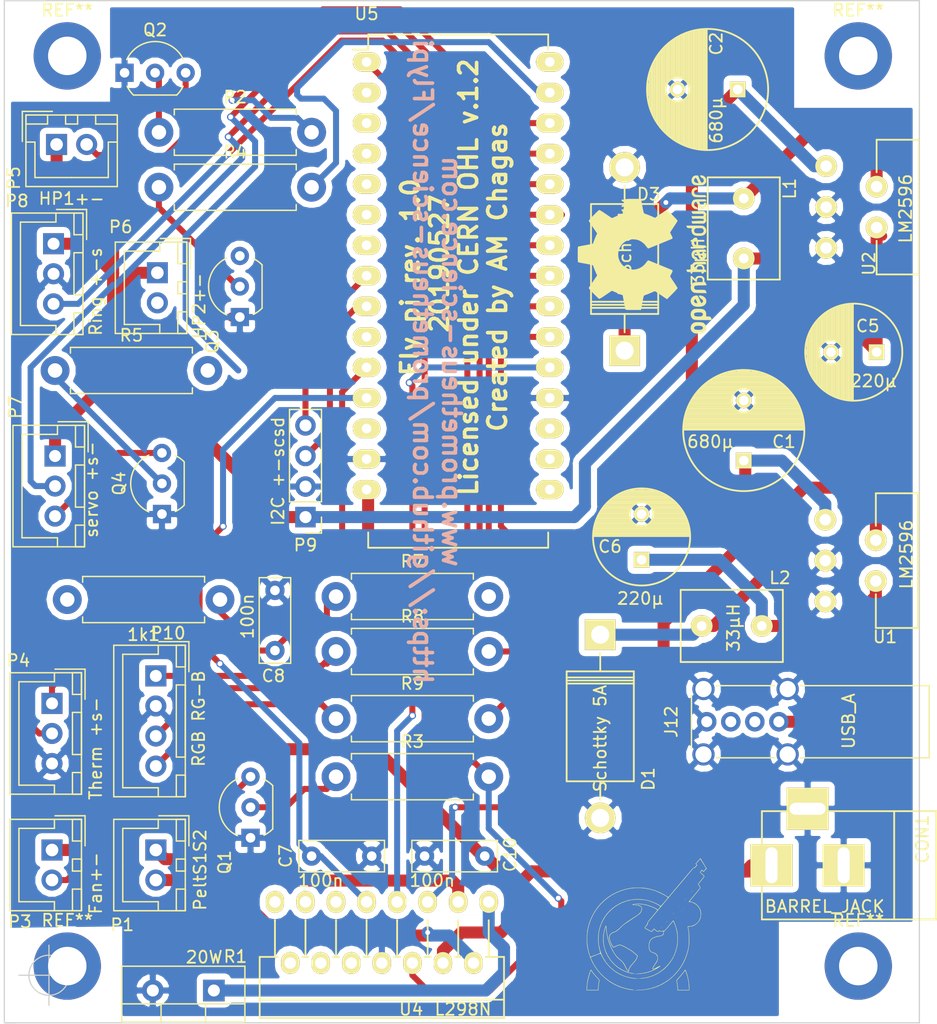
<source format=kicad_pcb>
(kicad_pcb (version 20171130) (host pcbnew 5.0.2-bee76a0~70~ubuntu18.04.1)
  (layers (0 F.Cu signal) (31 B.Cu signal) (34 B.Paste user) (35 F.Paste user) (36 B.SilkS user) (37 F.SilkS user) (38 B.Mask user) (39 F.Mask user) (44 Edge.Cuts user))
  (net 0 "")
  (net 1 "Net-(1k1-Pad1)")
  (net 2 "Net-(1k1-Pad2)")
  (net 3 "Net-(C1-Pad1)")
  (net 4 "Net-(C5-Pad1)")
  (net 5 "Net-(C6-Pad1)")
  (net 6 "Net-(C7-Pad1)")
  (net 7 "Net-(D1-Pad1)")
  (net 8 "Net-(D3-Pad1)")
  (net 9 "Net-(P1-Pad2)")
  (net 10 "Net-(P1-Pad1)")
  (net 11 "Net-(P7-Pad2)")
  (net 12 "Net-(P8-Pad3)")
  (net 13 "Net-(P9-Pad3)")
  (net 14 "Net-(P9-Pad4)")
  (net 15 "Net-(P10-Pad3)")
  (net 16 "Net-(P10-Pad4)")
  (net 17 "Net-(P10-Pad1)")
  (net 18 "Net-(R2-Pad2)")
  (net 19 "Net-(R3-Pad2)")
  (net 20 "Net-(R4-Pad2)")
  (net 21 "Net-(R5-Pad2)")
  (net 22 "Net-(R7-Pad2)")
  (net 23 "Net-(R8-Pad2)")
  (net 24 "Net-(R9-Pad2)")
  (net 25 "Net-(U4-Pad5)")
  (net 26 "Net-(U4-Pad7)")
  (net 27 GND)
  (net 28 "Net-(R1-Pad1)")
  (net 29 "Net-(Q1-Pad2)")
  (net 30 "Net-(Q2-Pad2)")
  (net 31 "Net-(Q3-Pad2)")
  (net 32 "Net-(Q4-Pad2)")
  (net 33 "Net-(P3-Pad2)")
  (net 34 "Net-(P5-Pad2)")
  (net 35 "Net-(P6-Pad2)")
  (net 36 "Net-(P7-Pad3)")
  (module MountingHole:MountingHole_3.2mm_M3_DIN965_Pad (layer F.Cu) (at 176.022 129.286)
    (fp_text reference REF** (at 0 -3.8) (layer F.SilkS))
    (fp_text value MountingHole_3.2mm_M3_DIN965_Pad hide)
    (pad 1 thru_hole circle (at 0 0) (size 5.6 5.6) (drill 3.2) (layers *.Cu *.Mask))
  )
  (module MountingHole:MountingHole_3.2mm_M3_DIN965_Pad (layer F.Cu) (at 176.022 53.594)
    (fp_text reference REF** (at 0 -3.8) (layer F.SilkS))
    (fp_text value MountingHole_3.2mm_M3_DIN965_Pad hide)
    (pad 1 thru_hole circle (at 0 0) (size 5.6 5.6) (drill 3.2) (layers *.Cu *.Mask))
  )
  (module MountingHole:MountingHole_3.2mm_M3_DIN965_Pad (layer F.Cu) (at 110.236 53.594)
    (fp_text reference REF** (at 0 -3.8) (layer F.SilkS))
    (fp_text value MountingHole_3.2mm_M3_DIN965_Pad hide)
    (pad 1 thru_hole circle (at 0 0) (size 5.6 5.6) (drill 3.2) (layers *.Cu *.Mask))
  )
  (module TO_SOT_Packages_THT:TO-92_Inline_Wide (layer F.Cu) (at 115 55)
    (fp_text reference Q2 (at 2.54 -3.56 180) (layer F.SilkS))
    (fp_text value 1A-NPN-EBC)
    (pad 2 thru_hole circle (at 2.54 0 90) (size 1.52 1.52) (drill 0.8) (layers *.Cu *.Mask) (net 30 "Net-(Q2-Pad2)"))
    (pad 3 thru_hole circle (at 5.08 0 90) (size 1.52 1.52) (drill 0.8) (layers *.Cu *.Mask) (net 34 "Net-(P5-Pad2)"))
    (pad 1 thru_hole rect (at 0 0 90) (size 1.52 1.52) (drill 0.8) (layers *.Cu *.Mask) (net 27 GND))
  )
  (module arduino_nano:DIP-30_W15.24mm_LongPads (layer F.Cu) (at 135.128 54.102)
    (fp_text reference U5 (at 0 -4) (layer F.SilkS))
    (fp_text value arduino_mini)
    (pad 1 thru_hole oval (at 0 0) (size 2.3 1.6) (drill 0.8) (layers *.Cu *.Mask F.SilkS) (net 19 "Net-(R3-Pad2)"))
    (pad 2 thru_hole oval (at 0 2.54) (size 2.3 1.6) (drill 0.8) (layers *.Cu *.Mask F.SilkS))
    (pad 3 thru_hole oval (at 0 5.08) (size 2.3 1.6) (drill 0.8) (layers *.Cu *.Mask F.SilkS))
    (pad 4 thru_hole oval (at 0 7.62) (size 2.3 1.6) (drill 0.8) (layers *.Cu *.Mask F.SilkS))
    (pad 5 thru_hole oval (at 0 10.16) (size 2.3 1.6) (drill 0.8) (layers *.Cu *.Mask F.SilkS))
    (pad 6 thru_hole oval (at 0 12.7) (size 2.3 1.6) (drill 0.8) (layers *.Cu *.Mask F.SilkS))
    (pad 7 thru_hole oval (at 0 15.24) (size 2.3 1.6) (drill 0.8) (layers *.Cu *.Mask F.SilkS))
    (pad 8 thru_hole oval (at 0 17.78) (size 2.3 1.6) (drill 0.8) (layers *.Cu *.Mask F.SilkS) (net 14 "Net-(P9-Pad4)"))
    (pad 9 thru_hole oval (at 0 20.32) (size 2.3 1.6) (drill 0.8) (layers *.Cu *.Mask F.SilkS) (net 13 "Net-(P9-Pad3)"))
    (pad 10 thru_hole oval (at 0 22.86) (size 2.3 1.6) (drill 0.8) (layers *.Cu *.Mask F.SilkS))
    (pad 11 thru_hole oval (at 0 25.4) (size 2.3 1.6) (drill 0.8) (layers *.Cu *.Mask F.SilkS) (net 1 "Net-(1k1-Pad1)"))
    (pad 12 thru_hole oval (at 0 27.94) (size 2.3 1.6) (drill 0.8) (layers *.Cu *.Mask F.SilkS) (net 6 "Net-(C7-Pad1)"))
    (pad 13 thru_hole oval (at 0 30.48) (size 2.3 1.6) (drill 0.8) (layers *.Cu *.Mask F.SilkS))
    (pad 14 thru_hole oval (at 0 33.02) (size 2.3 1.6) (drill 0.8) (layers *.Cu *.Mask F.SilkS) (net 27 GND))
    (pad 15 thru_hole oval (at 0 35.56) (size 2.3 1.6) (drill 0.8) (layers *.Cu *.Mask F.SilkS) (net 3 "Net-(C1-Pad1)"))
    (pad 16 thru_hole oval (at 15.24 35.56) (size 2.3 1.6) (drill 0.8) (layers *.Cu *.Mask F.SilkS))
    (pad 17 thru_hole oval (at 15.24 33.02) (size 2.3 1.6) (drill 0.8) (layers *.Cu *.Mask F.SilkS))
    (pad 18 thru_hole oval (at 15.24 30.48) (size 2.3 1.6) (drill 0.8) (layers *.Cu *.Mask F.SilkS))
    (pad 19 thru_hole oval (at 15.24 27.94) (size 2.3 1.6) (drill 0.8) (layers *.Cu *.Mask F.SilkS) (net 27 GND))
    (pad 20 thru_hole oval (at 15.24 25.4) (size 2.3 1.6) (drill 0.8) (layers *.Cu *.Mask F.SilkS) (net 26 "Net-(U4-Pad7)"))
    (pad 21 thru_hole oval (at 15.24 22.86) (size 2.3 1.6) (drill 0.8) (layers *.Cu *.Mask F.SilkS) (net 25 "Net-(U4-Pad5)"))
    (pad 22 thru_hole oval (at 15.24 20.32) (size 2.3 1.6) (drill 0.8) (layers *.Cu *.Mask F.SilkS) (net 24 "Net-(R9-Pad2)"))
    (pad 23 thru_hole oval (at 15.24 17.78) (size 2.3 1.6) (drill 0.8) (layers *.Cu *.Mask F.SilkS) (net 23 "Net-(R8-Pad2)"))
    (pad 24 thru_hole oval (at 15.24 15.24) (size 2.3 1.6) (drill 0.8) (layers *.Cu *.Mask F.SilkS) (net 22 "Net-(R7-Pad2)"))
    (pad 25 thru_hole oval (at 15.24 12.7) (size 2.3 1.6) (drill 0.8) (layers *.Cu *.Mask F.SilkS) (net 12 "Net-(P8-Pad3)"))
    (pad 26 thru_hole oval (at 15.24 10.16) (size 2.3 1.6) (drill 0.8) (layers *.Cu *.Mask F.SilkS) (net 11 "Net-(P7-Pad2)"))
    (pad 27 thru_hole oval (at 15.24 7.62) (size 2.3 1.6) (drill 0.8) (layers *.Cu *.Mask F.SilkS) (net 21 "Net-(R5-Pad2)"))
    (pad 28 thru_hole oval (at 15.24 5.08) (size 2.3 1.6) (drill 0.8) (layers *.Cu *.Mask F.SilkS) (net 18 "Net-(R2-Pad2)"))
    (pad 29 thru_hole oval (at 15.24 2.54) (size 2.3 1.6) (drill 0.8) (layers *.Cu *.Mask F.SilkS) (net 20 "Net-(R4-Pad2)"))
    (pad 30 thru_hole oval (at 15.24 0) (size 2.3 1.6) (drill 0.8) (layers *.Cu *.Mask F.SilkS))
  )
  (module Capacitors_ThroughHole:C_Radial_D10_L21_P5 (layer F.Cu) (at 165.989 56.388 180)
    (fp_text reference C2 (at 1.78 3.808 270) (layer F.SilkS))
    (fp_text value 680µ (at 1.78 -2.542 270) (layer F.SilkS))
    (pad 1 thru_hole rect (at 0 0 180) (size 1.3 1.3) (drill 0.8) (layers *.Cu *.Mask F.SilkS) (net 3 "Net-(C1-Pad1)"))
    (pad 2 thru_hole circle (at 5 0 180) (size 1.3 1.3) (drill 0.8) (layers *.Cu *.Mask F.SilkS) (net 27 GND))
  )
  (module Capacitors_ThroughHole:C_Radial_D10_L21_P5 (layer F.Cu) (at 166.497 87.249 90)
    (fp_text reference C1 (at 1.57 3.342 180) (layer F.SilkS))
    (fp_text value 680µ (at 1.57 -2.754 180) (layer F.SilkS))
    (pad 1 thru_hole rect (at 0 0 90) (size 1.3 1.3) (drill 0.8) (layers *.Cu *.Mask F.SilkS) (net 3 "Net-(C1-Pad1)"))
    (pad 2 thru_hole circle (at 5 0 90) (size 1.3 1.3) (drill 0.8) (layers *.Cu *.Mask F.SilkS) (net 27 GND))
  )
  (module Capacitors_ThroughHole:C_Radial_D8_L13_P3.8 (layer F.Cu) (at 177.546 78.232 180)
    (fp_text reference C5 (at 0.738 2.172 180) (layer F.SilkS))
    (fp_text value 220µ (at 0.23 -2.4 180) (layer F.SilkS))
    (pad 1 thru_hole rect (at 0 0 180) (size 1.3 1.3) (drill 0.8) (layers *.Cu *.Mask F.SilkS) (net 4 "Net-(C5-Pad1)"))
    (pad 2 thru_hole circle (at 3.8 0 180) (size 1.3 1.3) (drill 0.8) (layers *.Cu *.Mask F.SilkS) (net 27 GND))
  )
  (module Capacitors_ThroughHole:C_Radial_D8_L13_P3.8 (layer F.Cu) (at 158 95.5 90)
    (fp_text reference C6 (at 1.1 -2.626 180) (layer F.SilkS))
    (fp_text value 220µ (at -3.218 -0.086 180) (layer F.SilkS))
    (pad 1 thru_hole rect (at 0 0 90) (size 1.3 1.3) (drill 0.8) (layers *.Cu *.Mask F.SilkS) (net 5 "Net-(C6-Pad1)"))
    (pad 2 thru_hole circle (at 3.8 0 90) (size 1.3 1.3) (drill 0.8) (layers *.Cu *.Mask F.SilkS) (net 27 GND))
  )
  (module Connect:BARREL_JACK (layer F.Cu) (at 175.006 120.904 180)
    (fp_text reference CON1 (at -6.35 2.162 270) (layer F.SilkS))
    (fp_text value BARREL_JACK (at 1.778 -3.426) (layer F.SilkS))
    (pad 1 thru_hole rect (at 6.20014 0 180) (size 3.50012 3.50012) (drill oval 1.00076 2.99974) (layers *.Cu *.Mask F.SilkS) (net 3 "Net-(C1-Pad1)"))
    (pad 2 thru_hole rect (at 0.20066 0 180) (size 3.50012 3.50012) (drill oval 1.00076 2.99974) (layers *.Cu *.Mask F.SilkS) (net 27 GND))
    (pad 3 thru_hole rect (at 3.2004 4.699 180) (size 3.50012 3.50012) (drill oval 2.99974 1.00076) (layers *.Cu *.Mask F.SilkS) (net 27 GND))
  )
  (module Diodes_ThroughHole:Diode_DO-201AD_Horizontal_RM15 (layer F.Cu) (at 154.559 101.727 270)
    (fp_text reference D1 (at 12 -4 270) (layer F.SilkS))
    (fp_text value "Schottky 5A" (at 8.636 0 270) (layer F.SilkS))
    (pad 2 thru_hole circle (at 15.24122 -0.00296 90) (size 2.54 2.54) (drill 1.50114) (layers *.Cu *.Mask F.SilkS) (net 27 GND))
    (pad 1 thru_hole rect (at 0.00122 -0.00296 90) (size 2.54 2.54) (drill 1.50114) (layers *.Cu *.Mask F.SilkS) (net 7 "Net-(D1-Pad1)"))
  )
  (module Diodes_ThroughHole:Diode_DO-201AD_Horizontal_RM15 (layer F.Cu) (at 156.591 78.105 90)
    (fp_text reference D3 (at 13 2 180) (layer F.SilkS))
    (fp_text value D_Schottky (at 8.59 0.03 90) (layer F.SilkS))
    (pad 2 thru_hole circle (at 15.24122 -0.00296 270) (size 2.54 2.54) (drill 1.50114) (layers *.Cu *.Mask F.SilkS) (net 27 GND))
    (pad 1 thru_hole rect (at 0.00122 -0.00296 270) (size 2.54 2.54) (drill 1.50114) (layers *.Cu *.Mask F.SilkS) (net 8 "Net-(D3-Pad1)"))
  )
  (module Inductors_NEOSID:Neosid_Inductor_MA-Bs75 (layer F.Cu) (at 166.497 67.945 270)
    (fp_text reference L1 (at -3.31 -3.818 270) (layer F.SilkS))
    (fp_text value 33µH (at 2.786 3.802 270) (layer F.SilkS))
    (pad 1 thru_hole circle (at -2.49936 0 90) (size 1.80086 1.80086) (drill 0.8001) (layers *.Cu *.Mask F.SilkS) (net 8 "Net-(D3-Pad1)"))
    (pad 2 thru_hole circle (at 2.49936 0 90) (size 1.80086 1.80086) (drill 0.8001) (layers *.Cu *.Mask F.SilkS) (net 4 "Net-(C5-Pad1)"))
  )
  (module Inductors_NEOSID:Neosid_Inductor_MA-Bs75 (layer F.Cu) (at 165.5 101)
    (fp_text reference L2 (at 4 -4) (layer F.SilkS))
    (fp_text value 33µH (at 0.146 0.146 90) (layer F.SilkS))
    (pad 1 thru_hole circle (at -2.49936 0 180) (size 1.80086 1.80086) (drill 0.8001) (layers *.Cu *.Mask F.SilkS) (net 7 "Net-(D1-Pad1)"))
    (pad 2 thru_hole circle (at 2.49936 0 180) (size 1.80086 1.80086) (drill 0.8001) (layers *.Cu *.Mask F.SilkS) (net 5 "Net-(C6-Pad1)"))
  )
  (module footprints:LM2596 (layer F.Cu) (at 177.4825 95.5675 270)
    (fp_text reference U1 (at 6.346 -0.762) (layer F.SilkS))
    (fp_text value LM2596 (at -0.512 -2.54 270) (layer F.SilkS))
    (pad 3 thru_hole circle (at 0 4.2 270) (size 1.8 1.8) (drill 0.95) (layers *.Cu *.Mask F.SilkS) (net 27 GND))
    (pad 5 thru_hole circle (at 3.4 4.2 270) (size 1.8 1.8) (drill 0.95) (layers *.Cu *.Mask F.SilkS) (net 27 GND))
    (pad 1 thru_hole circle (at -3.4 4.2 270) (size 1.8 1.8) (drill 0.95) (layers *.Cu *.Mask F.SilkS) (net 3 "Net-(C1-Pad1)"))
    (pad 2 thru_hole circle (at -1.7 0 270) (size 1.8 1.8) (drill 0.95) (layers *.Cu *.Mask F.SilkS) (net 7 "Net-(D1-Pad1)"))
    (pad 4 thru_hole circle (at 1.7 0 270) (size 1.8 1.8) (drill 0.95) (layers *.Cu *.Mask F.SilkS) (net 5 "Net-(C6-Pad1)"))
  )
  (module footprints:LM2596 (layer F.Cu) (at 177.546 66.167 270)
    (fp_text reference U2 (at 4.698 0.638 270) (layer F.SilkS))
    (fp_text value LM2596 (at 0.126 -2.41 270) (layer F.SilkS))
    (pad 3 thru_hole circle (at 0 4.2 270) (size 1.8 1.8) (drill 0.95) (layers *.Cu *.Mask F.SilkS) (net 27 GND))
    (pad 5 thru_hole circle (at 3.4 4.2 270) (size 1.8 1.8) (drill 0.95) (layers *.Cu *.Mask F.SilkS) (net 27 GND))
    (pad 1 thru_hole circle (at -3.4 4.2 270) (size 1.8 1.8) (drill 0.95) (layers *.Cu *.Mask F.SilkS) (net 3 "Net-(C1-Pad1)"))
    (pad 2 thru_hole circle (at -1.7 0 270) (size 1.8 1.8) (drill 0.95) (layers *.Cu *.Mask F.SilkS) (net 8 "Net-(D3-Pad1)"))
    (pad 4 thru_hole circle (at 1.7 0 270) (size 1.8 1.8) (drill 0.95) (layers *.Cu *.Mask F.SilkS) (net 4 "Net-(C5-Pad1)"))
  )
  (module TO_SOT_Packages_THT:Multiwatt_15_Vertical (layer F.Cu) (at 145.288 123.952 180)
    (fp_text reference U4 (at 6.456 -8.928 180) (layer F.SilkS))
    (fp_text value L298N (at 2.138 -8.928 180) (layer F.SilkS))
    (pad 1 thru_hole oval (at 0 0 180) (size 1.524 1.824) (drill 0.95) (layers *.Cu *.Mask F.SilkS) (net 28 "Net-(R1-Pad1)"))
    (pad 2 thru_hole oval (at 1.27 -5.08 180) (size 1.524 1.824) (drill 0.95) (layers *.Cu *.Mask F.SilkS) (net 9 "Net-(P1-Pad2)"))
    (pad 3 thru_hole oval (at 2.54 0 180) (size 1.524 1.824) (drill 0.95) (layers *.Cu *.Mask F.SilkS) (net 10 "Net-(P1-Pad1)"))
    (pad 4 thru_hole oval (at 3.81 -5.08 180) (size 1.524 1.824) (drill 0.95) (layers *.Cu *.Mask F.SilkS) (net 3 "Net-(C1-Pad1)"))
    (pad 5 thru_hole oval (at 5.08 0 180) (size 1.524 1.824) (drill 0.95) (layers *.Cu *.Mask F.SilkS) (net 25 "Net-(U4-Pad5)"))
    (pad 6 thru_hole oval (at 6.35 -5.08 180) (size 1.524 1.824) (drill 0.95) (layers *.Cu *.Mask F.SilkS) (net 19 "Net-(R3-Pad2)"))
    (pad 7 thru_hole oval (at 7.62 0 180) (size 1.524 1.824) (drill 0.95) (layers *.Cu *.Mask F.SilkS) (net 26 "Net-(U4-Pad7)"))
    (pad 8 thru_hole oval (at 8.89 -5.08 180) (size 1.524 1.824) (drill 0.95) (layers *.Cu *.Mask F.SilkS) (net 27 GND))
    (pad 9 thru_hole oval (at 10.16 0 180) (size 1.524 1.824) (drill 0.95) (layers *.Cu *.Mask F.SilkS) (net 6 "Net-(C7-Pad1)"))
    (pad 10 thru_hole oval (at 11.43 -5.08 180) (size 1.524 1.824) (drill 0.95) (layers *.Cu *.Mask F.SilkS))
    (pad 11 thru_hole oval (at 12.7 0 180) (size 1.524 1.824) (drill 0.95) (layers *.Cu *.Mask F.SilkS))
    (pad 12 thru_hole oval (at 13.97 -5.08 180) (size 1.524 1.824) (drill 0.95) (layers *.Cu *.Mask F.SilkS))
    (pad 13 thru_hole oval (at 15.24 0 180) (size 1.524 1.824) (drill 0.95) (layers *.Cu *.Mask F.SilkS))
    (pad 14 thru_hole oval (at 16.51 -5.08 180) (size 1.524 1.824) (drill 0.95) (layers *.Cu *.Mask F.SilkS))
    (pad 15 thru_hole oval (at 17.78 0 180) (size 1.524 1.824) (drill 0.95) (layers *.Cu *.Mask F.SilkS))
  )
  (module Connectors:USB_A_Vertical (layer F.Cu) (at 169.418 108.966 270)
    (fp_text reference J12 (at 0 8.95 270) (layer F.SilkS))
    (fp_text value USB_A (at -0.05 -5.8 270) (layer F.SilkS))
    (pad 1 thru_hole circle (at 0 0 270) (size 1.62 1.62) (drill 0.92) (layers *.Cu *.Mask) (net 5 "Net-(C6-Pad1)"))
    (pad 2 thru_hole circle (at 0 2 270) (size 1.62 1.62) (drill 0.92) (layers *.Cu *.Mask))
    (pad 3 thru_hole circle (at 0 4 270) (size 1.62 1.62) (drill 0.92) (layers *.Cu *.Mask))
    (pad 5 thru_hole circle (at 2.72 -0.73 270) (size 1.85 1.85) (drill 1.35) (layers *.Cu *.Mask) (net 27 GND))
    (pad 4 thru_hole circle (at 0 6 270) (size 1.62 1.62) (drill 0.92) (layers *.Cu *.Mask) (net 27 GND))
    (pad 5 thru_hole circle (at 2.72 6.27 270) (size 1.85 1.85) (drill 1.35) (layers *.Cu *.Mask) (net 27 GND))
    (pad 5 thru_hole circle (at -2.72 -0.73 270) (size 1.85 1.85) (drill 1.35) (layers *.Cu *.Mask) (net 27 GND))
    (pad 5 thru_hole circle (at -2.72 6.27 270) (size 1.85 1.85) (drill 1.35) (layers *.Cu *.Mask) (net 27 GND))
  )
  (module TO_SOT_Packages_THT:TO-220-2_Vertical (layer F.Cu) (at 122.428 131.318 180)
    (fp_text reference R1 (at -1.788 2.824 180) (layer F.SilkS))
    (fp_text value "20W " (at 0.428 2.768 180) (layer F.SilkS))
    (pad 1 thru_hole rect (at 0 0 180) (size 1.8 1.8) (drill 1) (layers *.Cu *.Mask) (net 28 "Net-(R1-Pad1)"))
    (pad 2 thru_hole oval (at 5.08 0 180) (size 1.8 1.8) (drill 1) (layers *.Cu *.Mask) (net 27 GND))
  )
  (module TO_SOT_Packages_THT:TO-92_Inline_Wide (layer F.Cu) (at 124.587 75.311 90)
    (fp_text reference Q3 (at -2.032 -2.286 270) (layer F.SilkS))
    (fp_text value 1A_NPN_EBC)
    (pad 2 thru_hole circle (at 2.54 0 180) (size 1.52 1.52) (drill 0.8) (layers *.Cu *.Mask) (net 31 "Net-(Q3-Pad2)"))
    (pad 3 thru_hole circle (at 5.08 0 180) (size 1.52 1.52) (drill 0.8) (layers *.Cu *.Mask) (net 35 "Net-(P6-Pad2)"))
    (pad 1 thru_hole rect (at 0 0 180) (size 1.52 1.52) (drill 0.8) (layers *.Cu *.Mask) (net 27 GND))
  )
  (module TO_SOT_Packages_THT:TO-92_Inline_Wide (layer F.Cu) (at 125.476 118.618 90)
    (fp_text reference Q1 (at -2.032 -2.159 270) (layer F.SilkS))
    (fp_text value 1A_NPN_EBC)
    (pad 2 thru_hole circle (at 2.54 0 180) (size 1.52 1.52) (drill 0.8) (layers *.Cu *.Mask) (net 29 "Net-(Q1-Pad2)"))
    (pad 3 thru_hole circle (at 5.08 0 180) (size 1.52 1.52) (drill 0.8) (layers *.Cu *.Mask) (net 33 "Net-(P3-Pad2)"))
    (pad 1 thru_hole rect (at 0 0 180) (size 1.52 1.52) (drill 0.8) (layers *.Cu *.Mask) (net 27 GND))
  )
  (module TO_SOT_Packages_THT:TO-92_Inline_Wide (layer F.Cu) (at 118.11 91.694 90)
    (fp_text reference Q4 (at 2.54 -3.56 90) (layer F.SilkS))
    (fp_text value 1A_NPN_EBC)
    (pad 2 thru_hole circle (at 2.54 0 180) (size 1.52 1.52) (drill 0.8) (layers *.Cu *.Mask) (net 32 "Net-(Q4-Pad2)"))
    (pad 3 thru_hole circle (at 5.08 0 180) (size 1.52 1.52) (drill 0.8) (layers *.Cu *.Mask) (net 36 "Net-(P7-Pad3)"))
    (pad 1 thru_hole rect (at 0 0 180) (size 1.52 1.52) (drill 0.8) (layers *.Cu *.Mask) (net 27 GND))
  )
  (module Socket_Strips:Socket_Strip_Straight_1x04_Pitch2.54mm (layer F.Cu) (at 130.048 91.948 180)
    (fp_text reference P9 (at 0 -2.33 180) (layer F.SilkS))
    (fp_text value "I2C +-scsd" (at 2.286 3.81 270) (layer F.SilkS))
    (pad 1 thru_hole rect (at 0 0 180) (size 1.7 1.7) (drill 1) (layers *.Cu *.Mask) (net 4 "Net-(C5-Pad1)"))
    (pad 2 thru_hole oval (at 0 2.54 180) (size 1.7 1.7) (drill 1) (layers *.Cu *.Mask) (net 27 GND))
    (pad 3 thru_hole oval (at 0 5.08 180) (size 1.7 1.7) (drill 1) (layers *.Cu *.Mask) (net 13 "Net-(P9-Pad3)"))
    (pad 4 thru_hole oval (at 0 7.62 180) (size 1.7 1.7) (drill 1) (layers *.Cu *.Mask) (net 14 "Net-(P9-Pad4)"))
  )
  (module Connectors_JST:JST_XH_B02B-XH-A_02x2.50mm_Straight (layer F.Cu) (at 108.966 119.634 270)
    (fp_text reference P3 (at 5.969 2.667) (layer F.SilkS))
    (fp_text value Fan+- (at 2.766 -3.634 270) (layer F.SilkS))
    (pad 1 thru_hole rect (at 0 0 270) (size 1.75 1.75) (drill 1.05) (layers *.Cu *.Mask) (net 3 "Net-(C1-Pad1)"))
    (pad 2 thru_hole circle (at 2.5 0 270) (size 1.75 1.75) (drill 1.05) (layers *.Cu *.Mask) (net 33 "Net-(P3-Pad2)"))
  )
  (module Capacitors_THT:C_Rect_L7.0mm_W2.5mm_P5.00mm (layer F.Cu) (at 130.556 120.142)
    (fp_text reference C7 (at -2.159 0 90) (layer F.SilkS))
    (fp_text value 100n (at 0.762 2.032) (layer F.SilkS))
    (pad 1 thru_hole circle (at 0 0) (size 1.6 1.6) (drill 0.8) (layers *.Cu *.Mask) (net 6 "Net-(C7-Pad1)"))
    (pad 2 thru_hole circle (at 5 0) (size 1.6 1.6) (drill 0.8) (layers *.Cu *.Mask) (net 27 GND))
  )
  (module Capacitors_THT:C_Rect_L7.0mm_W2.5mm_P5.00mm (layer F.Cu) (at 139.954 120.142)
    (fp_text reference C10 (at 7.112 -0.127 90) (layer F.SilkS))
    (fp_text value 100n (at 0.635 2.032) (layer F.SilkS))
    (pad 1 thru_hole circle (at 0 0) (size 1.6 1.6) (drill 0.8) (layers *.Cu *.Mask) (net 27 GND))
    (pad 2 thru_hole circle (at 5 0) (size 1.6 1.6) (drill 0.8) (layers *.Cu *.Mask) (net 3 "Net-(C1-Pad1)"))
  )
  (module Connectors_JST:JST_XH_B02B-XH-A_02x2.50mm_Straight (layer F.Cu) (at 117.602 119.634 270)
    (fp_text reference P1 (at 6.223 2.794) (layer F.SilkS))
    (fp_text value PeltS1S2 (at 1.651 -3.683 270) (layer F.SilkS))
    (pad 1 thru_hole rect (at 0 0 270) (size 1.75 1.75) (drill 1.05) (layers *.Cu *.Mask) (net 10 "Net-(P1-Pad1)"))
    (pad 2 thru_hole circle (at 2.5 0 270) (size 1.75 1.75) (drill 1.05) (layers *.Cu *.Mask) (net 9 "Net-(P1-Pad2)"))
  )
  (module Connectors_JST:JST_XH_B03B-XH-A_03x2.50mm_Straight (layer F.Cu) (at 108.966 107.442 270)
    (fp_text reference P4 (at -3.556 2.794) (layer F.SilkS))
    (fp_text value "Therm +s-" (at 3.758 -3.634 270) (layer F.SilkS))
    (pad 1 thru_hole rect (at 0 0 270) (size 1.75 1.75) (drill 1) (layers *.Cu *.Mask) (net 6 "Net-(C7-Pad1)"))
    (pad 2 thru_hole circle (at 2.5 0 270) (size 1.75 1.75) (drill 1) (layers *.Cu *.Mask) (net 2 "Net-(1k1-Pad2)"))
    (pad 3 thru_hole circle (at 5 0 270) (size 1.75 1.75) (drill 1) (layers *.Cu *.Mask) (net 27 GND))
  )
  (module Capacitors_THT:C_Rect_L7.0mm_W2.5mm_P5.00mm (layer F.Cu) (at 127.508 98.044 270)
    (fp_text reference C8 (at 7.112 0.127) (layer F.SilkS))
    (fp_text value 100n (at 2.159 2.286 270) (layer F.SilkS))
    (pad 1 thru_hole circle (at 0 0 270) (size 1.6 1.6) (drill 0.8) (layers *.Cu *.Mask) (net 27 GND))
    (pad 2 thru_hole circle (at 5 0 270) (size 1.6 1.6) (drill 0.8) (layers *.Cu *.Mask) (net 1 "Net-(1k1-Pad1)"))
  )
  (module Connectors_JST:JST_XH_B04B-XH-A_04x2.50mm_Straight (layer F.Cu) (at 117.602 105.156 270)
    (fp_text reference P10 (at -3.556 -1.016) (layer F.SilkS))
    (fp_text value "RGB RG-B" (at 3.556 -3.556 270) (layer F.SilkS))
    (pad 1 thru_hole rect (at 0 0 270) (size 1.75 1.75) (drill 1) (layers *.Cu *.Mask) (net 17 "Net-(P10-Pad1)"))
    (pad 2 thru_hole circle (at 2.5 0 270) (size 1.75 1.75) (drill 1) (layers *.Cu *.Mask) (net 27 GND))
    (pad 3 thru_hole circle (at 5 0 270) (size 1.75 1.75) (drill 1) (layers *.Cu *.Mask) (net 15 "Net-(P10-Pad3)"))
    (pad 4 thru_hole circle (at 7.5 0 270) (size 1.75 1.75) (drill 1) (layers *.Cu *.Mask) (net 16 "Net-(P10-Pad4)"))
  )
  (module Connectors_JST:JST_XH_B03B-XH-A_03x2.50mm_Straight (layer F.Cu) (at 109.093 69.215 270)
    (fp_text reference P8 (at -3.556 3.048) (layer F.SilkS))
    (fp_text value "Ring +-s" (at 3.985 -3.507 270) (layer F.SilkS))
    (pad 1 thru_hole rect (at 0 0 270) (size 1.75 1.75) (drill 1) (layers *.Cu *.Mask) (net 4 "Net-(C5-Pad1)"))
    (pad 2 thru_hole circle (at 2.5 0 270) (size 1.75 1.75) (drill 1) (layers *.Cu *.Mask) (net 27 GND))
    (pad 3 thru_hole circle (at 5 0 270) (size 1.75 1.75) (drill 1) (layers *.Cu *.Mask) (net 12 "Net-(P8-Pad3)"))
  )
  (module Connectors_JST:JST_XH_B03B-XH-A_03x2.50mm_Straight (layer F.Cu) (at 109.22 86.868 270)
    (fp_text reference P7 (at -4.064 3.302 270) (layer F.SilkS))
    (fp_text value "servo +s-" (at 2.794 -3.048 270) (layer F.SilkS))
    (pad 1 thru_hole rect (at 0 0 270) (size 1.75 1.75) (drill 1) (layers *.Cu *.Mask) (net 4 "Net-(C5-Pad1)"))
    (pad 2 thru_hole circle (at 2.5 0 270) (size 1.75 1.75) (drill 1) (layers *.Cu *.Mask) (net 11 "Net-(P7-Pad2)"))
    (pad 3 thru_hole circle (at 5 0 270) (size 1.75 1.75) (drill 1) (layers *.Cu *.Mask) (net 36 "Net-(P7-Pad3)"))
  )
  (module Connectors_JST:JST_XH_B02B-XH-A_02x2.50mm_Straight (layer F.Cu) (at 117.729 71.628 270)
    (fp_text reference P6 (at -3.81 3.048) (layer F.SilkS))
    (fp_text value HP2+- (at 2.772 -3.471 270) (layer F.SilkS))
    (pad 1 thru_hole rect (at 0 0 270) (size 1.75 1.75) (drill 1.05) (layers *.Cu *.Mask) (net 4 "Net-(C5-Pad1)"))
    (pad 2 thru_hole circle (at 2.5 0 270) (size 1.75 1.75) (drill 1.05) (layers *.Cu *.Mask) (net 35 "Net-(P6-Pad2)"))
  )
  (module Connectors_JST:JST_XH_B02B-XH-A_02x2.50mm_Straight (layer F.Cu) (at 109.347 60.96)
    (fp_text reference P5 (at -3.556 2.794 90) (layer F.SilkS))
    (fp_text value HP1+- (at 1.25 4.5) (layer F.SilkS))
    (pad 1 thru_hole rect (at 0 0) (size 1.75 1.75) (drill 1.05) (layers *.Cu *.Mask) (net 4 "Net-(C5-Pad1)"))
    (pad 2 thru_hole circle (at 2.5 0) (size 1.75 1.75) (drill 1.05) (layers *.Cu *.Mask) (net 34 "Net-(P5-Pad2)"))
  )
  (module Resistor_THT:R_Axial_DIN0411_L9.9mm_D3.6mm_P12.70mm_Horizontal (layer F.Cu) (at 117.856 64.516)
    (fp_text reference R4 (at 6.35 -2.92) (layer F.SilkS))
    (fp_text value 270)
    (pad 2 thru_hole oval (at 12.7 0) (size 2.4 2.4) (drill 1.2) (layers *.Cu *.Mask) (net 20 "Net-(R4-Pad2)"))
    (pad 1 thru_hole circle (at 0 0) (size 2.4 2.4) (drill 1.2) (layers *.Cu *.Mask) (net 31 "Net-(Q3-Pad2)"))
  )
  (module Resistor_THT:R_Axial_DIN0411_L9.9mm_D3.6mm_P12.70mm_Horizontal (layer F.Cu) (at 109.22 79.756)
    (fp_text reference R5 (at 6.35 -2.92) (layer F.SilkS))
    (fp_text value 270)
    (pad 1 thru_hole circle (at 0 0) (size 2.4 2.4) (drill 1.2) (layers *.Cu *.Mask) (net 32 "Net-(Q4-Pad2)"))
    (pad 2 thru_hole oval (at 12.7 0) (size 2.4 2.4) (drill 1.2) (layers *.Cu *.Mask) (net 21 "Net-(R5-Pad2)"))
  )
  (module Resistor_THT:R_Axial_DIN0411_L9.9mm_D3.6mm_P12.70mm_Horizontal (layer F.Cu) (at 132.588 98.552)
    (fp_text reference R7 (at 6.35 -2.92) (layer F.SilkS))
    (fp_text value 270)
    (pad 1 thru_hole circle (at 0 0) (size 2.4 2.4) (drill 1.2) (layers *.Cu *.Mask) (net 17 "Net-(P10-Pad1)"))
    (pad 2 thru_hole oval (at 12.7 0) (size 2.4 2.4) (drill 1.2) (layers *.Cu *.Mask) (net 22 "Net-(R7-Pad2)"))
  )
  (module Resistor_THT:R_Axial_DIN0411_L9.9mm_D3.6mm_P12.70mm_Horizontal (layer F.Cu) (at 132.588 103.124)
    (fp_text reference R8 (at 6.35 -2.92) (layer F.SilkS))
    (fp_text value 270)
    (pad 2 thru_hole oval (at 12.7 0) (size 2.4 2.4) (drill 1.2) (layers *.Cu *.Mask) (net 23 "Net-(R8-Pad2)"))
    (pad 1 thru_hole circle (at 0 0) (size 2.4 2.4) (drill 1.2) (layers *.Cu *.Mask) (net 15 "Net-(P10-Pad3)"))
  )
  (module Resistor_THT:R_Axial_DIN0411_L9.9mm_D3.6mm_P12.70mm_Horizontal (layer F.Cu) (at 132.588 108.712)
    (fp_text reference R9 (at 6.35 -2.92) (layer F.SilkS))
    (fp_text value 270)
    (pad 1 thru_hole circle (at 0 0) (size 2.4 2.4) (drill 1.2) (layers *.Cu *.Mask) (net 16 "Net-(P10-Pad4)"))
    (pad 2 thru_hole oval (at 12.7 0) (size 2.4 2.4) (drill 1.2) (layers *.Cu *.Mask) (net 24 "Net-(R9-Pad2)"))
  )
  (module Resistor_THT:R_Axial_DIN0411_L9.9mm_D3.6mm_P12.70mm_Horizontal (layer F.Cu) (at 122.936 98.806 180)
    (fp_text reference 1k1 (at 6.35 -2.92 180) (layer F.SilkS))
    (fp_text value R)
    (pad 2 thru_hole oval (at 12.7 0 180) (size 2.4 2.4) (drill 1.2) (layers *.Cu *.Mask) (net 2 "Net-(1k1-Pad2)"))
    (pad 1 thru_hole circle (at 0 0 180) (size 2.4 2.4) (drill 1.2) (layers *.Cu *.Mask) (net 1 "Net-(1k1-Pad1)"))
  )
  (module Resistor_THT:R_Axial_DIN0411_L9.9mm_D3.6mm_P12.70mm_Horizontal (layer F.Cu) (at 117.856 59.944)
    (fp_text reference R2 (at 6.35 -2.92) (layer F.SilkS))
    (fp_text value 270)
    (pad 1 thru_hole circle (at 0 0) (size 2.4 2.4) (drill 1.2) (layers *.Cu *.Mask) (net 30 "Net-(Q2-Pad2)"))
    (pad 2 thru_hole oval (at 12.7 0) (size 2.4 2.4) (drill 1.2) (layers *.Cu *.Mask) (net 18 "Net-(R2-Pad2)"))
  )
  (module Resistor_THT:R_Axial_DIN0411_L9.9mm_D3.6mm_P12.70mm_Horizontal (layer F.Cu) (at 132.588 113.538)
    (fp_text reference R3 (at 6.35 -2.92) (layer F.SilkS))
    (fp_text value 270)
    (pad 1 thru_hole circle (at 0 0) (size 2.4 2.4) (drill 1.2) (layers *.Cu *.Mask) (net 29 "Net-(Q1-Pad2)"))
    (pad 2 thru_hole oval (at 12.7 0) (size 2.4 2.4) (drill 1.2) (layers *.Cu *.Mask) (net 19 "Net-(R3-Pad2)"))
  )
  (module MountingHole:MountingHole_3.2mm_M3_DIN965_Pad (layer F.Cu) (at 110.236 129.286)
    (fp_text reference REF** (at 0 -3.8) (layer F.SilkS))
    (fp_text value MountingHole_3.2mm_M3_DIN965_Pad hide)
    (pad 1 thru_hole circle (at 0 0) (size 5.6 5.6) (drill 3.2) (layers *.Cu *.Mask))
  )
  (module Symbol:OSHW-Logo2_14.6x12mm_SilkScreen (layer F.Cu) (at 158.242 70.104 90)
    (fp_text reference REF** hide)
    (fp_text value OSHW-Logo2_14.6x12mm_SilkScreen hide)
  )
  (module footprints:LOGO (layer F.Cu) (at 158.242 125.984)
    (fp_text reference G*** hide)
    (fp_text value LOGO hide)
  )
  (target plus (at 108.712 130.048) (size 5) (width 0.1) (layer Edge.Cuts))
  (gr_line (start 105 49) (end 105 134) (angle 90) (layer Edge.Cuts) (width 0.1))
  (gr_line (start 181.1 49) (end 105 49) (angle 90) (layer Edge.Cuts) (width 0.1))
  (gr_line (start 181.1 134) (end 181.1 49) (angle 90) (layer Edge.Cuts) (width 0.1))
  (gr_line (start 105 134) (end 181.1 134) (angle 90) (layer Edge.Cuts) (width 0.1))
  (gr_line (start 106 134) (end 105 134) (angle 90) (layer Edge.Cuts) (width 0.1))
  (gr_line (start 105.15 49) (end 108.4 49) (angle 90) (layer Edge.Cuts) (width 0.1))
  (gr_line (start 105.15 49) (end 105 49) (angle 90) (layer Edge.Cuts) (width 0.1))
  (gr_line (start 181.05 134) (end 181.1 134) (angle 90) (layer Edge.Cuts) (width 0.1))
  (gr_line (start 181 134) (end 181.1 134) (angle 90) (layer Edge.Cuts) (width 0.1))
  (gr_text "www.prometheus-science.com\nhttps://github.com/prometheus-science/Flypi" (at 141 79 270) (layer B.SilkS) (effects (font (size 1.5 1.5) (thickness 0.3)) (justify mirror)))
  (gr_text "Fly pi rev. 1.0\n  20190527\nLicensed under CERN OHL v.1.2\nCreated by AM Chagas\n\n" (at 143.6 72 90) (layer F.SilkS) (effects (font (size 1.5 1.5) (thickness 0.3))))
  (segment (start 127.508 103.044) (end 127.508 102.87) (width 0.5) (layer F.Cu) (net 1))
  (segment (start 127.508 102.87) (end 130.302 100.076) (width 0.5) (layer F.Cu) (net 1))
  (segment (start 133.096 81.534) (end 135.128 79.502) (width 0.5) (layer F.Cu) (net 1))
  (segment (start 133.096 94.742) (end 133.096 81.534) (width 0.5) (layer F.Cu) (net 1))
  (segment (start 130.302 97.536) (end 133.096 94.742) (width 0.5) (layer F.Cu) (net 1))
  (segment (start 130.302 100.076) (end 130.302 97.536) (width 0.5) (layer F.Cu) (net 1))
  (segment (start 127.508 103.044) (end 126.158 103.044) (width 0.5) (layer F.Cu) (net 1))
  (segment (start 122.936 99.822) (end 122.936 98.806) (width 0.5) (layer F.Cu) (net 1))
  (segment (start 126.158 103.044) (end 122.936 99.822) (width 0.5) (layer F.Cu) (net 1))
  (segment (start 108.966 109.942) (end 107.91 109.942) (width 0.5) (layer F.Cu) (net 2))
  (segment (start 106.934 99.568) (end 107.696 98.806) (width 0.5) (layer F.Cu) (net 2))
  (segment (start 106.934 108.966) (end 106.934 99.568) (width 0.5) (layer F.Cu) (net 2))
  (segment (start 107.91 109.942) (end 106.934 108.966) (width 0.5) (layer F.Cu) (net 2))
  (segment (start 173.346 62.767) (end 172.368 62.767) (width 1) (layer B.Cu) (net 3))
  (segment (start 172.368 62.767) (end 165.989 56.388) (width 1) (layer B.Cu) (net 3))
  (segment (start 173.2825 92.1675) (end 173.2825 90.8595) (width 1) (layer B.Cu) (net 3))
  (segment (start 169.672 87.249) (end 166.497 87.249) (width 1) (layer B.Cu) (net 3))
  (segment (start 173.2825 90.8595) (end 169.672 87.249) (width 1) (layer B.Cu) (net 3))
  (segment (start 166.624 88.2015) (end 166.624 87.376) (width 1) (layer F.Cu) (net 3))
  (segment (start 166.624 87.376) (end 166.497 87.249) (width 1) (layer F.Cu) (net 3))
  (segment (start 166.624 93.9165) (end 166.624 93.853) (width 1) (layer F.Cu) (net 3))
  (segment (start 162.179 60.198) (end 165.989 56.388) (width 1) (layer F.Cu) (net 3))
  (segment (start 162.179 89.408) (end 162.179 60.198) (width 1) (layer F.Cu) (net 3))
  (segment (start 166.624 93.853) (end 162.179 89.408) (width 1) (layer F.Cu) (net 3))
  (segment (start 164.9095 121.412) (end 159.8295 116.332) (width 1) (layer F.Cu) (net 3))
  (segment (start 159.8295 116.332) (end 159.8295 100.711) (width 1) (layer F.Cu) (net 3))
  (segment (start 159.8295 100.711) (end 166.624 93.9165) (width 1) (layer F.Cu) (net 3))
  (segment (start 166.624 93.9165) (end 166.624 88.2015) (width 1) (layer F.Cu) (net 3))
  (segment (start 167.28186 121.412) (end 164.9095 121.412) (width 1) (layer F.Cu) (net 3))
  (segment (start 148.844 121.412) (end 147.574 122.682) (width 1) (layer F.Cu) (net 3))
  (segment (start 145.034 120.142) (end 147.574 122.682) (width 1) (layer F.Cu) (net 3))
  (segment (start 147.574 122.682) (end 147.574 125.222) (width 1) (layer F.Cu) (net 3))
  (segment (start 147.574 125.222) (end 146.304 126.492) (width 1) (layer F.Cu) (net 3))
  (segment (start 146.304 126.492) (end 143.002 126.492) (width 1) (layer F.Cu) (net 3))
  (segment (start 143.002 126.492) (end 141.478 128.016) (width 1) (layer F.Cu) (net 3))
  (segment (start 141.478 128.016) (end 141.478 129.032) (width 1) (layer F.Cu) (net 3))
  (segment (start 142.24 117.602) (end 141.605 116.967) (width 1) (layer F.Cu) (net 3))
  (segment (start 141.605 116.967) (end 140.081 115.443) (width 1) (layer F.Cu) (net 3))
  (segment (start 140.081 115.443) (end 135.319 110.681) (width 1) (layer F.Cu) (net 3))
  (segment (start 135.319 110.681) (end 135.255 110.617) (width 1) (layer F.Cu) (net 3))
  (segment (start 135.255 110.617) (end 135.255 89.789) (width 1) (layer F.Cu) (net 3))
  (segment (start 135.255 89.789) (end 135.128 89.662) (width 1) (layer F.Cu) (net 3))
  (segment (start 134.874 89.916) (end 135.128 89.662) (width 1) (layer F.Cu) (net 3))
  (segment (start 144.954 120.142) (end 144.78 120.142) (width 1) (layer F.Cu) (net 3))
  (segment (start 144.78 120.142) (end 142.24 117.602) (width 1) (layer F.Cu) (net 3))
  (segment (start 144.954 120.142) (end 145.034 120.142) (width 1) (layer F.Cu) (net 3))
  (segment (start 110.841 119.634) (end 115.413 115.062) (width 1) (layer F.Cu) (net 3))
  (segment (start 108.966 119.634) (end 110.841 119.634) (width 1) (layer F.Cu) (net 3))
  (segment (start 115.413 115.062) (end 118.872 115.062) (width 1) (layer F.Cu) (net 3))
  (segment (start 118.872 115.062) (end 122.682 111.252) (width 1) (layer F.Cu) (net 3))
  (segment (start 134.748 111.252) (end 135.319 110.681) (width 1) (layer F.Cu) (net 3))
  (segment (start 122.682 111.252) (end 134.748 111.252) (width 1) (layer F.Cu) (net 3))
  (segment (start 167.132 120.904) (end 166.624 121.412) (width 1) (layer F.Cu) (net 3))
  (segment (start 168.80586 120.904) (end 167.132 120.904) (width 1) (layer F.Cu) (net 3))
  (segment (start 167.28186 121.412) (end 166.624 121.412) (width 1) (layer F.Cu) (net 3))
  (segment (start 166.624 121.412) (end 148.844 121.412) (width 1) (layer F.Cu) (net 3))
  (segment (start 109.285 69.215) (end 109.093 69.215) (width 1) (layer F.Cu) (net 4))
  (segment (start 166.497 70.44436) (end 166.497 74.295) (width 1) (layer B.Cu) (net 4))
  (segment (start 152.4 91.948) (end 130.048 91.948) (width 1) (layer B.Cu) (net 4))
  (segment (start 153.289 91.059) (end 152.4 91.948) (width 1) (layer B.Cu) (net 4))
  (segment (start 153.289 87.503) (end 153.289 91.059) (width 1) (layer B.Cu) (net 4))
  (segment (start 166.497 74.295) (end 153.289 87.503) (width 1) (layer B.Cu) (net 4))
  (segment (start 177.546 78.232) (end 177.546 78.1685) (width 1) (layer F.Cu) (net 4))
  (segment (start 177.546 78.1685) (end 169.82186 70.44436) (width 1) (layer F.Cu) (net 4))
  (segment (start 169.82186 70.44436) (end 166.497 70.44436) (width 1) (layer F.Cu) (net 4))
  (segment (start 177.546 78.232) (end 177.546 67.867) (width 1) (layer F.Cu) (net 4))
  (segment (start 178.054 68.58) (end 177.8 68.58) (width 0.75) (layer F.Cu) (net 4))
  (segment (start 130.302 91.694) (end 130.048 91.948) (width 1) (layer B.Cu) (net 4))
  (segment (start 128.198 91.948) (end 119.562 83.312) (width 1) (layer F.Cu) (net 4))
  (segment (start 130.048 91.948) (end 128.198 91.948) (width 1) (layer F.Cu) (net 4))
  (segment (start 119.562 83.312) (end 116.078 83.312) (width 1) (layer F.Cu) (net 4))
  (segment (start 116.078 83.312) (end 114.046 81.28) (width 1) (layer F.Cu) (net 4))
  (segment (start 115.854 71.628) (end 117.729 71.628) (width 1) (layer F.Cu) (net 4))
  (segment (start 114.046 73.436) (end 115.854 71.628) (width 1) (layer F.Cu) (net 4))
  (segment (start 109.347 62.835) (end 109.347 60.96) (width 1) (layer F.Cu) (net 4))
  (segment (start 110.774 64.262) (end 109.347 62.835) (width 1) (layer F.Cu) (net 4))
  (segment (start 112.268 64.262) (end 110.774 64.262) (width 1) (layer F.Cu) (net 4))
  (segment (start 114.046 66.04) (end 112.268 64.262) (width 1) (layer F.Cu) (net 4))
  (segment (start 111.633 69.215) (end 109.093 69.215) (width 1) (layer F.Cu) (net 4))
  (segment (start 114.046 71.628) (end 114.046 66.04) (width 1) (layer F.Cu) (net 4))
  (segment (start 114.046 71.628) (end 111.633 69.215) (width 1) (layer F.Cu) (net 4))
  (segment (start 114.046 73.436) (end 114.046 71.628) (width 1) (layer F.Cu) (net 4))
  (segment (start 113.949 80.264) (end 109.22 84.993) (width 1) (layer F.Cu) (net 4))
  (segment (start 114.046 80.264) (end 113.949 80.264) (width 1) (layer F.Cu) (net 4))
  (segment (start 109.22 84.993) (end 109.22 86.868) (width 1) (layer F.Cu) (net 4))
  (segment (start 114.046 80.264) (end 114.046 73.436) (width 1) (layer F.Cu) (net 4))
  (segment (start 114.046 81.28) (end 114.046 80.264) (width 1) (layer F.Cu) (net 4))
  (segment (start 167.99936 98.99936) (end 167.99936 101) (width 1) (layer B.Cu) (net 5))
  (segment (start 164.5 95.5) (end 167.99936 98.99936) (width 1) (layer B.Cu) (net 5))
  (segment (start 158 95.5) (end 164.5 95.5) (width 1) (layer B.Cu) (net 5))
  (segment (start 172 103.5) (end 172.5 103.5) (width 1) (layer F.Cu) (net 5))
  (segment (start 177.4825 98.5175) (end 177.4825 97.2675) (width 1) (layer F.Cu) (net 5))
  (segment (start 172.5 103.5) (end 177.4825 98.5175) (width 1) (layer F.Cu) (net 5))
  (segment (start 167.99936 101) (end 169.5 101) (width 1) (layer F.Cu) (net 5))
  (segment (start 169.5 101) (end 172 103.5) (width 1) (layer F.Cu) (net 5))
  (segment (start 172.5 103.5) (end 172.5 104.428) (width 1) (layer F.Cu) (net 5))
  (segment (start 172.5 104.428) (end 173.99 105.918) (width 1) (layer F.Cu) (net 5))
  (segment (start 173.99 105.918) (end 173.99 107.188) (width 1) (layer F.Cu) (net 5))
  (segment (start 172.212 108.966) (end 169.418 108.966) (width 1) (layer F.Cu) (net 5))
  (segment (start 173.99 107.188) (end 172.212 108.966) (width 1) (layer F.Cu) (net 5))
  (segment (start 130.556 120.142) (end 131.318 120.142) (width 0.5) (layer B.Cu) (net 6))
  (segment (start 131.318 120.142) (end 135.128 123.952) (width 0.5) (layer B.Cu) (net 6))
  (segment (start 135.128 82.042) (end 127.508 82.042) (width 0.5) (layer B.Cu) (net 6))
  (via (at 123.19 92.71) (size 0.6) (drill 0.4) (layers F.Cu B.Cu) (net 6))
  (segment (start 123.19 86.36) (end 123.19 92.71) (width 0.5) (layer B.Cu) (net 6))
  (segment (start 127.508 82.042) (end 123.19 86.36) (width 0.5) (layer B.Cu) (net 6))
  (segment (start 108.966 106.934) (end 108.966 107.442) (width 0.5) (layer F.Cu) (net 6))
  (segment (start 129.54 119.126) (end 130.556 120.142) (width 0.5) (layer B.Cu) (net 6))
  (via (at 122.936 104.14) (size 0.6) (drill 0.4) (layers F.Cu B.Cu) (net 6))
  (segment (start 122.936 104.14) (end 129.54 110.744) (width 0.5) (layer B.Cu) (net 6))
  (segment (start 129.54 110.744) (end 129.54 119.126) (width 0.5) (layer B.Cu) (net 6))
  (segment (start 108.966 106.067) (end 111.909 103.124) (width 0.5) (layer F.Cu) (net 6))
  (segment (start 108.966 107.442) (end 108.966 106.067) (width 0.5) (layer F.Cu) (net 6))
  (segment (start 111.909 103.124) (end 121.92 103.124) (width 0.5) (layer F.Cu) (net 6))
  (segment (start 122.682 103.886) (end 121.92 103.124) (width 0.5) (layer F.Cu) (net 6))
  (segment (start 121.92 103.124) (end 121.92 102.362) (width 0.5) (layer F.Cu) (net 6))
  (segment (start 122.890001 93.009999) (end 123.19 92.71) (width 0.5) (layer F.Cu) (net 6))
  (segment (start 121.235999 94.664001) (end 122.890001 93.009999) (width 0.5) (layer F.Cu) (net 6))
  (segment (start 121.235999 101.677999) (end 121.235999 94.664001) (width 0.5) (layer F.Cu) (net 6))
  (segment (start 121.92 102.362) (end 121.235999 101.677999) (width 0.5) (layer F.Cu) (net 6))
  (segment (start 163.00064 101) (end 164 101) (width 1) (layer F.Cu) (net 7))
  (segment (start 177.4825 90.4825) (end 177.4825 93.8675) (width 1) (layer F.Cu) (net 7))
  (segment (start 176.5 89.5) (end 177.4825 90.4825) (width 1) (layer F.Cu) (net 7))
  (segment (start 171.5 89.5) (end 176.5 89.5) (width 1) (layer F.Cu) (net 7))
  (segment (start 169.5 91.5) (end 171.5 89.5) (width 1) (layer F.Cu) (net 7))
  (segment (start 169.5 95.5) (end 169.5 91.5) (width 1) (layer F.Cu) (net 7))
  (segment (start 164 101) (end 169.5 95.5) (width 1) (layer F.Cu) (net 7))
  (segment (start 154.56196 101.72822) (end 162.27242 101.72822) (width 1) (layer B.Cu) (net 7))
  (segment (start 162.27242 101.72822) (end 163.00064 101) (width 1) (layer B.Cu) (net 7))
  (segment (start 154.68774 101.854) (end 154.56196 101.72822) (width 1) (layer B.Cu) (net 7))
  (segment (start 177.4825 93.218) (end 177.4825 93.8675) (width 1) (layer F.Cu) (net 7))
  (segment (start 166.497 65.44564) (end 160.36036 65.44564) (width 1) (layer B.Cu) (net 8))
  (segment (start 156.58804 69.21796) (end 156.58804 78.10378) (width 1) (layer F.Cu) (net 8))
  (segment (start 160.02 65.786) (end 156.58804 69.21796) (width 1) (layer F.Cu) (net 8))
  (via (at 160.02 65.786) (size 0.8) (drill 0.4) (layers F.Cu B.Cu) (net 8))
  (segment (start 160.36036 65.44564) (end 160.02 65.786) (width 1) (layer B.Cu) (net 8))
  (segment (start 166.497 65.44564) (end 166.51986 65.44564) (width 1) (layer F.Cu) (net 8))
  (segment (start 166.51986 65.44564) (end 171.8945 60.071) (width 1) (layer F.Cu) (net 8))
  (segment (start 177.546 62.865) (end 177.546 64.467) (width 1) (layer F.Cu) (net 8))
  (segment (start 174.752 60.071) (end 177.546 62.865) (width 1) (layer F.Cu) (net 8))
  (segment (start 171.8945 60.071) (end 174.752 60.071) (width 1) (layer F.Cu) (net 8))
  (segment (start 144.018 129.032) (end 144.018 128.778) (width 1) (layer B.Cu) (net 9))
  (segment (start 144.018 128.778) (end 141.986 126.746) (width 1) (layer B.Cu) (net 9))
  (segment (start 141.986 126.746) (end 140.462 126.746) (width 1) (layer B.Cu) (net 9))
  (segment (start 140.462 126.746) (end 140.208 126.492) (width 1) (layer B.Cu) (net 9))
  (via (at 140.208 126.492) (size 0.8) (drill 0.4) (layers F.Cu B.Cu) (net 9))
  (segment (start 140.208 126.492) (end 139.954 126.746) (width 1) (layer F.Cu) (net 9))
  (segment (start 139.954 126.746) (end 127.762 126.746) (width 1) (layer F.Cu) (net 9))
  (segment (start 127.762 126.746) (end 123.15 122.134) (width 1) (layer F.Cu) (net 9))
  (segment (start 123.15 122.134) (end 117.602 122.134) (width 1) (layer F.Cu) (net 9))
  (segment (start 142.748 123.952) (end 142.748 122.682) (width 1) (layer F.Cu) (net 10))
  (segment (start 127.254 120.396) (end 118.364 120.396) (width 1) (layer F.Cu) (net 10))
  (segment (start 129.032 122.174) (end 127.254 120.396) (width 1) (layer F.Cu) (net 10))
  (segment (start 142.24 122.174) (end 129.032 122.174) (width 1) (layer F.Cu) (net 10))
  (segment (start 142.748 122.682) (end 142.24 122.174) (width 1) (layer F.Cu) (net 10))
  (segment (start 118.364 120.396) (end 117.602 119.634) (width 1) (layer F.Cu) (net 10))
  (segment (start 150.368 64.262) (end 142.6845 64.262) (width 0.5) (layer F.Cu) (net 11))
  (segment (start 107.5925 89.368) (end 109.22 89.368) (width 0.5) (layer B.Cu) (net 11))
  (segment (start 107.188 88.9635) (end 107.5925 89.368) (width 0.5) (layer B.Cu) (net 11))
  (segment (start 107.188 79.502) (end 107.188 88.9635) (width 0.5) (layer B.Cu) (net 11))
  (segment (start 114.046 72.644) (end 107.188 79.502) (width 0.5) (layer B.Cu) (net 11))
  (segment (start 114.2365 72.644) (end 114.046 72.644) (width 0.5) (layer B.Cu) (net 11))
  (segment (start 124.7775 62.103) (end 114.2365 72.644) (width 0.5) (layer B.Cu) (net 11))
  (segment (start 124.7775 61.468) (end 124.7775 62.103) (width 0.5) (layer B.Cu) (net 11))
  (segment (start 123.6345 60.325) (end 124.7775 61.468) (width 0.5) (layer B.Cu) (net 11))
  (via (at 123.6345 60.325) (size 0.6) (drill 0.4) (layers F.Cu B.Cu) (net 11))
  (segment (start 132.3975 51.562) (end 123.6345 60.325) (width 0.5) (layer F.Cu) (net 11))
  (segment (start 136.8425 51.562) (end 132.3975 51.562) (width 0.5) (layer F.Cu) (net 11))
  (segment (start 141.466002 56.185502) (end 136.8425 51.562) (width 0.5) (layer F.Cu) (net 11))
  (segment (start 141.466002 63.043502) (end 141.466002 56.185502) (width 0.5) (layer F.Cu) (net 11))
  (segment (start 142.6845 64.262) (end 141.466002 63.043502) (width 0.5) (layer F.Cu) (net 11))
  (segment (start 150.368 66.802) (end 142.8115 66.802) (width 0.5) (layer F.Cu) (net 12))
  (segment (start 111.1415 74.215) (end 109.093 74.215) (width 0.5) (layer B.Cu) (net 12))
  (segment (start 123.6345 61.722) (end 111.1415 74.215) (width 0.5) (layer B.Cu) (net 12))
  (via (at 123.6345 61.722) (size 0.6) (drill 0.4) (layers F.Cu B.Cu) (net 12))
  (segment (start 133.0325 52.324) (end 123.6345 61.722) (width 0.5) (layer F.Cu) (net 12))
  (segment (start 136.4615 52.324) (end 133.0325 52.324) (width 0.5) (layer F.Cu) (net 12))
  (segment (start 140.716 56.5785) (end 136.4615 52.324) (width 0.5) (layer F.Cu) (net 12))
  (segment (start 140.716 64.7065) (end 140.716 56.5785) (width 0.5) (layer F.Cu) (net 12))
  (segment (start 142.8115 66.802) (end 140.716 64.7065) (width 0.5) (layer F.Cu) (net 12))
  (segment (start 151.384 66.802) (end 150.368 66.802) (width 0.5) (layer F.Cu) (net 12))
  (segment (start 135.128 74.422) (end 134.366 74.422) (width 0.5) (layer F.Cu) (net 13))
  (segment (start 134.366 74.422) (end 132.08 76.708) (width 0.5) (layer F.Cu) (net 13))
  (segment (start 132.08 76.708) (end 132.08 84.836) (width 0.5) (layer F.Cu) (net 13))
  (segment (start 132.08 84.836) (end 130.048 86.868) (width 0.5) (layer F.Cu) (net 13))
  (segment (start 130.048 84.328) (end 130.048 76.454) (width 0.5) (layer F.Cu) (net 14))
  (segment (start 131.318 75.692) (end 135.128 71.882) (width 0.5) (layer F.Cu) (net 14))
  (segment (start 130.81 75.692) (end 131.318 75.692) (width 0.5) (layer F.Cu) (net 14))
  (segment (start 130.048 76.454) (end 130.81 75.692) (width 0.5) (layer F.Cu) (net 14))
  (segment (start 132.588 103.124) (end 132.588 103.378) (width 0.5) (layer F.Cu) (net 15))
  (segment (start 131.826 103.124) (end 131.826 104.14) (width 0.5) (layer F.Cu) (net 15))
  (segment (start 132.588 103.378) (end 131.826 104.14) (width 0.5) (layer F.Cu) (net 15))
  (segment (start 131.388001 104.323999) (end 130.626001 104.323999) (width 0.5) (layer F.Cu) (net 15))
  (segment (start 132.588 103.124) (end 131.388001 104.323999) (width 0.5) (layer F.Cu) (net 15))
  (segment (start 130.626001 104.323999) (end 128.778 106.172) (width 0.5) (layer F.Cu) (net 15))
  (segment (start 128.778 106.172) (end 120.396 106.172) (width 0.5) (layer F.Cu) (net 15))
  (segment (start 120.396 106.172) (end 119.38 107.188) (width 0.5) (layer F.Cu) (net 15))
  (segment (start 119.38 108.378) (end 117.602 110.156) (width 0.5) (layer F.Cu) (net 15))
  (segment (start 119.38 107.188) (end 119.38 108.378) (width 0.5) (layer F.Cu) (net 15))
  (segment (start 131.388001 107.512001) (end 121.341999 107.512001) (width 0.5) (layer F.Cu) (net 16))
  (segment (start 132.588 108.712) (end 131.388001 107.512001) (width 0.5) (layer F.Cu) (net 16))
  (segment (start 121.341999 107.512001) (end 120.142 108.712) (width 0.5) (layer F.Cu) (net 16))
  (segment (start 120.142 110.116) (end 117.602 112.656) (width 0.5) (layer F.Cu) (net 16))
  (segment (start 120.142 108.712) (end 120.142 110.116) (width 0.5) (layer F.Cu) (net 16))
  (segment (start 128.524 105.156) (end 117.602 105.156) (width 0.5) (layer F.Cu) (net 17))
  (segment (start 130.302 103.378) (end 128.524 105.156) (width 0.5) (layer F.Cu) (net 17))
  (segment (start 130.302 101.854) (end 130.302 103.378) (width 0.5) (layer F.Cu) (net 17))
  (segment (start 131.826 100.33) (end 130.302 101.854) (width 0.5) (layer F.Cu) (net 17))
  (segment (start 132.588 98.552) (end 132.588 98.806) (width 0.5) (layer F.Cu) (net 17))
  (segment (start 131.826 98.552) (end 131.826 99.568) (width 0.5) (layer F.Cu) (net 17))
  (segment (start 132.588 98.806) (end 131.826 99.568) (width 0.5) (layer F.Cu) (net 17))
  (segment (start 131.826 99.568) (end 131.826 100.33) (width 0.5) (layer F.Cu) (net 17))
  (segment (start 150.368 59.182) (end 147.3835 59.182) (width 0.5) (layer F.Cu) (net 18))
  (via (at 123.952 57.277) (size 0.6) (drill 0.4) (layers F.Cu B.Cu) (net 18))
  (segment (start 131.5085 49.7205) (end 123.952 57.277) (width 0.5) (layer F.Cu) (net 18))
  (segment (start 137.922 49.7205) (end 131.5085 49.7205) (width 0.5) (layer F.Cu) (net 18))
  (segment (start 147.3835 59.182) (end 137.922 49.7205) (width 0.5) (layer F.Cu) (net 18))
  (segment (start 129.356001 58.744001) (end 127.183999 58.744001) (width 0.5) (layer B.Cu) (net 18))
  (segment (start 130.556 59.944) (end 129.356001 58.744001) (width 0.5) (layer B.Cu) (net 18))
  (segment (start 125.716998 57.277) (end 123.952 57.277) (width 0.5) (layer B.Cu) (net 18))
  (segment (start 127.183999 58.744001) (end 125.716998 57.277) (width 0.5) (layer B.Cu) (net 18))
  (segment (start 138.938 130.048) (end 138.938 129.032) (width 0.5) (layer F.Cu) (net 19))
  (segment (start 140.208 131.318) (end 138.938 130.048) (width 0.5) (layer F.Cu) (net 19))
  (segment (start 145.415 131.318) (end 140.208 131.318) (width 0.5) (layer F.Cu) (net 19))
  (segment (start 151.3205 125.4125) (end 145.415 131.318) (width 0.5) (layer F.Cu) (net 19))
  (segment (start 151.3205 123.8885) (end 151.3205 125.4125) (width 0.5) (layer F.Cu) (net 19))
  (segment (start 151.0665 123.6345) (end 151.3205 123.8885) (width 0.5) (layer F.Cu) (net 19))
  (via (at 151.0665 123.6345) (size 0.6) (drill 0.4) (layers F.Cu B.Cu) (net 19))
  (segment (start 145.288 117.856) (end 145.288 113.538) (width 0.5) (layer B.Cu) (net 19))
  (segment (start 151.0665 123.6345) (end 145.288 117.856) (width 0.5) (layer B.Cu) (net 19))
  (segment (start 139.954 58.928) (end 135.128 54.102) (width 0.5) (layer F.Cu) (net 19))
  (segment (start 142.310001 112.338001) (end 139.954 109.982) (width 0.5) (layer F.Cu) (net 19))
  (segment (start 145.288 113.538) (end 144.088001 112.338001) (width 0.5) (layer F.Cu) (net 19))
  (segment (start 139.954 109.982) (end 139.954 58.928) (width 0.5) (layer F.Cu) (net 19))
  (segment (start 144.088001 112.338001) (end 142.310001 112.338001) (width 0.5) (layer F.Cu) (net 19))
  (segment (start 150.368 56.642) (end 149.479 56.642) (width 0.5) (layer B.Cu) (net 20))
  (segment (start 149.479 56.642) (end 145.288 52.451) (width 0.5) (layer B.Cu) (net 20))
  (segment (start 133.1595 52.451) (end 129.3495 56.261) (width 0.5) (layer B.Cu) (net 20))
  (segment (start 145.288 52.451) (end 133.1595 52.451) (width 0.5) (layer B.Cu) (net 20))
  (segment (start 129.3495 56.261) (end 129.3495 56.8325) (width 0.5) (layer B.Cu) (net 20))
  (segment (start 129.3495 56.8325) (end 129.667 57.15) (width 0.5) (layer B.Cu) (net 20))
  (segment (start 129.667 57.15) (end 131.572 57.15) (width 0.5) (layer B.Cu) (net 20))
  (segment (start 131.572 57.15) (end 132.588 58.166) (width 0.5) (layer B.Cu) (net 20))
  (segment (start 132.588 62.484) (end 130.556 64.516) (width 0.5) (layer B.Cu) (net 20))
  (segment (start 132.588 58.166) (end 132.588 62.484) (width 0.5) (layer B.Cu) (net 20))
  (segment (start 150.368 61.722) (end 143.002 61.722) (width 0.5) (layer F.Cu) (net 21))
  (segment (start 120.0785 75.3745) (end 124.46 79.756) (width 0.5) (layer B.Cu) (net 21))
  (segment (start 120.0785 68.58) (end 120.0785 75.3745) (width 0.5) (layer B.Cu) (net 21))
  (segment (start 125.857 62.8015) (end 120.0785 68.58) (width 0.5) (layer B.Cu) (net 21))
  (segment (start 125.857 60.706) (end 125.857 62.8015) (width 0.5) (layer B.Cu) (net 21))
  (segment (start 123.825 58.674) (end 125.857 60.706) (width 0.5) (layer B.Cu) (net 21))
  (via (at 123.825 58.674) (size 0.6) (drill 0.4) (layers F.Cu B.Cu) (net 21))
  (segment (start 131.826 50.673) (end 123.825 58.674) (width 0.5) (layer F.Cu) (net 21))
  (segment (start 137.4775 50.673) (end 131.826 50.673) (width 0.5) (layer F.Cu) (net 21))
  (segment (start 142.5575 55.753) (end 137.4775 50.673) (width 0.5) (layer F.Cu) (net 21))
  (segment (start 142.5575 61.2775) (end 142.5575 55.753) (width 0.5) (layer F.Cu) (net 21))
  (segment (start 143.002 61.722) (end 142.5575 61.2775) (width 0.5) (layer F.Cu) (net 21))
  (segment (start 150.368 69.342) (end 148.082 69.342) (width 0.5) (layer F.Cu) (net 22))
  (segment (start 143.51 73.914) (end 143.51 94.996) (width 0.5) (layer F.Cu) (net 22))
  (segment (start 148.082 69.342) (end 143.51 73.914) (width 0.5) (layer F.Cu) (net 22))
  (segment (start 150.368 71.882) (end 147.828 71.882) (width 0.5) (layer F.Cu) (net 23))
  (segment (start 148.844 101.346) (end 147.066 103.124) (width 0.5) (layer F.Cu) (net 23))
  (segment (start 148.844 98.044) (end 148.844 101.346) (width 0.5) (layer F.Cu) (net 23))
  (segment (start 144.526 93.726) (end 148.844 98.044) (width 0.5) (layer F.Cu) (net 23))
  (segment (start 144.526 75.184) (end 144.526 93.726) (width 0.5) (layer F.Cu) (net 23))
  (segment (start 147.828 71.882) (end 144.526 75.184) (width 0.5) (layer F.Cu) (net 23))
  (segment (start 147.066 103.124) (end 145.288 103.124) (width 0.5) (layer F.Cu) (net 23))
  (segment (start 147.066 106.934) (end 145.288 108.712) (width 0.5) (layer F.Cu) (net 24))
  (segment (start 147.066 105.664) (end 147.066 106.934) (width 0.5) (layer F.Cu) (net 24))
  (segment (start 149.86 97.79) (end 149.86 102.87) (width 0.5) (layer F.Cu) (net 24))
  (segment (start 146.812 74.422) (end 145.288 75.946) (width 0.5) (layer F.Cu) (net 24))
  (segment (start 150.368 74.422) (end 146.812 74.422) (width 0.5) (layer F.Cu) (net 24))
  (segment (start 145.288 75.946) (end 145.288 93.218) (width 0.5) (layer F.Cu) (net 24))
  (segment (start 145.288 93.218) (end 149.86 97.79) (width 0.5) (layer F.Cu) (net 24))
  (segment (start 149.86 102.87) (end 147.066 105.664) (width 0.5) (layer F.Cu) (net 24))
  (segment (start 150.368 76.962) (end 147.054002 76.962) (width 0.5) (layer F.Cu) (net 25))
  (segment (start 142.24 121.92) (end 140.208 123.952) (width 0.5) (layer B.Cu) (net 25))
  (segment (start 148.59 107.188) (end 148.59 109.728) (width 0.5) (layer F.Cu) (net 25))
  (segment (start 150.622 105.156) (end 148.59 107.188) (width 0.5) (layer F.Cu) (net 25))
  (segment (start 150.622 97.028) (end 150.622 105.156) (width 0.5) (layer F.Cu) (net 25))
  (segment (start 146.304 92.71) (end 150.622 97.028) (width 0.5) (layer F.Cu) (net 25))
  (segment (start 146.304 77.712002) (end 146.304 92.71) (width 0.5) (layer F.Cu) (net 25))
  (segment (start 147.054002 76.962) (end 146.304 77.712002) (width 0.5) (layer F.Cu) (net 25))
  (segment (start 148.59 109.728) (end 148.59 114.046) (width 0.5) (layer F.Cu) (net 25))
  (segment (start 148.59 114.046) (end 146.558 116.078) (width 0.5) (layer F.Cu) (net 25))
  (via (at 142.494 116.078) (size 0.6) (drill 0.4) (layers F.Cu B.Cu) (net 25))
  (segment (start 146.558 116.078) (end 142.494 116.078) (width 0.5) (layer F.Cu) (net 25))
  (segment (start 142.494 116.078) (end 142.24 116.332) (width 0.5) (layer B.Cu) (net 25))
  (segment (start 142.24 116.078) (end 142.24 116.332) (width 0.5) (layer B.Cu) (net 25))
  (segment (start 142.24 116.332) (end 142.24 121.92) (width 0.5) (layer B.Cu) (net 25))
  (segment (start 150.368 79.502) (end 139.954 79.502) (width 0.5) (layer B.Cu) (net 26))
  (segment (start 137.668 109.728) (end 137.668 123.952) (width 0.5) (layer B.Cu) (net 26))
  (segment (start 138.938 108.458) (end 137.668 109.728) (width 0.5) (layer B.Cu) (net 26))
  (via (at 138.938 108.458) (size 0.6) (drill 0.4) (layers F.Cu B.Cu) (net 26))
  (segment (start 138.938 81.026) (end 138.938 108.458) (width 0.5) (layer F.Cu) (net 26))
  (segment (start 138.684 80.772) (end 138.938 81.026) (width 0.5) (layer F.Cu) (net 26))
  (via (at 138.684 80.772) (size 0.6) (drill 0.4) (layers F.Cu B.Cu) (net 26))
  (segment (start 139.954 79.502) (end 138.684 80.772) (width 0.5) (layer B.Cu) (net 26))
  (segment (start 124.587 75.311) (end 123.8885 75.311) (width 0.75) (layer F.Cu) (net 27))
  (segment (start 145.288 123.952) (end 145.288 126.492) (width 1) (layer B.Cu) (net 28))
  (segment (start 145.034 131.318) (end 122.428 131.318) (width 1) (layer B.Cu) (net 28))
  (segment (start 146.558 129.794) (end 145.034 131.318) (width 1) (layer B.Cu) (net 28))
  (segment (start 146.558 127.762) (end 146.558 129.794) (width 1) (layer B.Cu) (net 28))
  (segment (start 145.288 126.492) (end 146.558 127.762) (width 1) (layer B.Cu) (net 28))
  (segment (start 131.826 114.554) (end 129.946 114.554) (width 0.5) (layer F.Cu) (net 29))
  (segment (start 128.422 116.078) (end 125.476 116.078) (width 0.5) (layer F.Cu) (net 29))
  (segment (start 129.946 114.554) (end 128.422 116.078) (width 0.5) (layer F.Cu) (net 29))
  (segment (start 131.826 114.3) (end 132.588 113.538) (width 0.5) (layer F.Cu) (net 29))
  (segment (start 131.826 114.554) (end 131.826 114.3) (width 0.5) (layer F.Cu) (net 29))
  (segment (start 117.856 55.316) (end 117.54 55) (width 0.5) (layer F.Cu) (net 30))
  (segment (start 117.856 59.944) (end 117.856 55.316) (width 0.5) (layer F.Cu) (net 30))
  (segment (start 124.413944 72.771) (end 124.587 72.771) (width 0.5) (layer F.Cu) (net 31))
  (segment (start 117.856 66.213056) (end 124.413944 72.771) (width 0.5) (layer F.Cu) (net 31))
  (segment (start 117.856 64.516) (end 117.856 66.213056) (width 0.5) (layer F.Cu) (net 31))
  (segment (start 118.11 89.154) (end 117.654 89.154) (width 0.5) (layer F.Cu) (net 32))
  (segment (start 109.22 80.264) (end 109.22 79.756) (width 0.5) (layer B.Cu) (net 32))
  (segment (start 118.11 89.154) (end 109.22 80.264) (width 0.5) (layer B.Cu) (net 32))
  (segment (start 122.682 116.332) (end 125.476 113.538) (width 0.5) (layer F.Cu) (net 33))
  (segment (start 108.966 122.134) (end 110.203436 122.134) (width 0.5) (layer F.Cu) (net 33))
  (segment (start 116.005436 116.332) (end 122.682 116.332) (width 0.5) (layer F.Cu) (net 33))
  (segment (start 110.203436 122.134) (end 116.005436 116.332) (width 0.5) (layer F.Cu) (net 33))
  (segment (start 112.721999 61.834999) (end 114.920999 61.834999) (width 0.5) (layer F.Cu) (net 34))
  (segment (start 111.847 60.96) (end 112.721999 61.834999) (width 0.5) (layer F.Cu) (net 34))
  (segment (start 114.920999 61.834999) (end 115.57 62.484) (width 0.5) (layer F.Cu) (net 34))
  (segment (start 120.08 56.074802) (end 120.08 55) (width 0.5) (layer F.Cu) (net 34))
  (segment (start 120.08 60.236002) (end 120.08 56.074802) (width 0.5) (layer F.Cu) (net 34))
  (segment (start 117.832002 62.484) (end 120.08 60.236002) (width 0.5) (layer F.Cu) (net 34))
  (segment (start 115.57 62.484) (end 117.832002 62.484) (width 0.5) (layer F.Cu) (net 34))
  (segment (start 124.587 70.231) (end 124.333 70.231) (width 0.5) (layer F.Cu) (net 35))
  (segment (start 117.856 86.36) (end 118.11 86.614) (width 0.5) (layer B.Cu) (net 36))
  (segment (start 114.474 86.614) (end 109.22 91.868) (width 0.5) (layer F.Cu) (net 36))
  (segment (start 118.11 86.614) (end 114.474 86.614) (width 0.5) (layer F.Cu) (net 36))
  (zone (net 0) (net_name "") (layers F&B.Cu) (connect_pads (clearance 0.508)) (min_thickness 0.254)
    (keepout (tracks not_allowed) (vias not_allowed) (copperpour not_allowed))
    (fill (arc_segments 16) (thermal_gap 0.508) (thermal_bridge_width 0.508))
    (polygon (pts (xy 181.102 49.022) (xy 175.006 49.022) (xy 170.688 49.022) (xy 170.688 57.912) (xy 181.102 57.912)))
  )
  (zone (net 0) (net_name "") (layers F&B.Cu) (connect_pads (clearance 0.508)) (min_thickness 0.254)
    (keepout (tracks not_allowed) (vias not_allowed) (copperpour not_allowed))
    (fill (arc_segments 16) (thermal_gap 0.508) (thermal_bridge_width 0.508))
    (polygon (pts (xy 105.156 57.404) (xy 113.792 57.404) (xy 113.792 49.022) (xy 104.902 49.022)))
  )
  (zone (net 0) (net_name "") (layers F&B.Cu) (connect_pads (clearance 0.508)) (min_thickness 0.254)
    (keepout (tracks not_allowed) (vias not_allowed) (copperpour not_allowed))
    (fill (arc_segments 16) (thermal_gap 0.508) (thermal_bridge_width 0.508))
    (polygon (pts (xy 105.029 133.985) (xy 110.998 133.985) (xy 114.808 133.858) (xy 114.808 125.984) (xy 104.902 126.111)))
  )
  (zone (net 0) (net_name "") (layers F&B.Cu) (connect_pads (clearance 0.508)) (min_thickness 0.254)
    (keepout (tracks not_allowed) (vias not_allowed) (copperpour not_allowed))
    (fill (arc_segments 16) (thermal_gap 0.508) (thermal_bridge_width 0.508))
    (polygon (pts (xy 181.102 133.985) (xy 181.102 125.603) (xy 169.418 125.603) (xy 169.418 134.112)))
  )
  (zone (net 27) (net_name GND) (layer B.Cu) (connect_pads (clearance 0.508)) (min_thickness 0.254) (fill yes (arc_segments 16) (thermal_gap 0.508) (thermal_bridge_width 0.508))
    (polygon (pts (xy 105.156 49.53) (xy 180.848 49.276) (xy 180.848 133.604) (xy 105.156 133.604) (xy 105.156 49.784)))
  )
)
</source>
